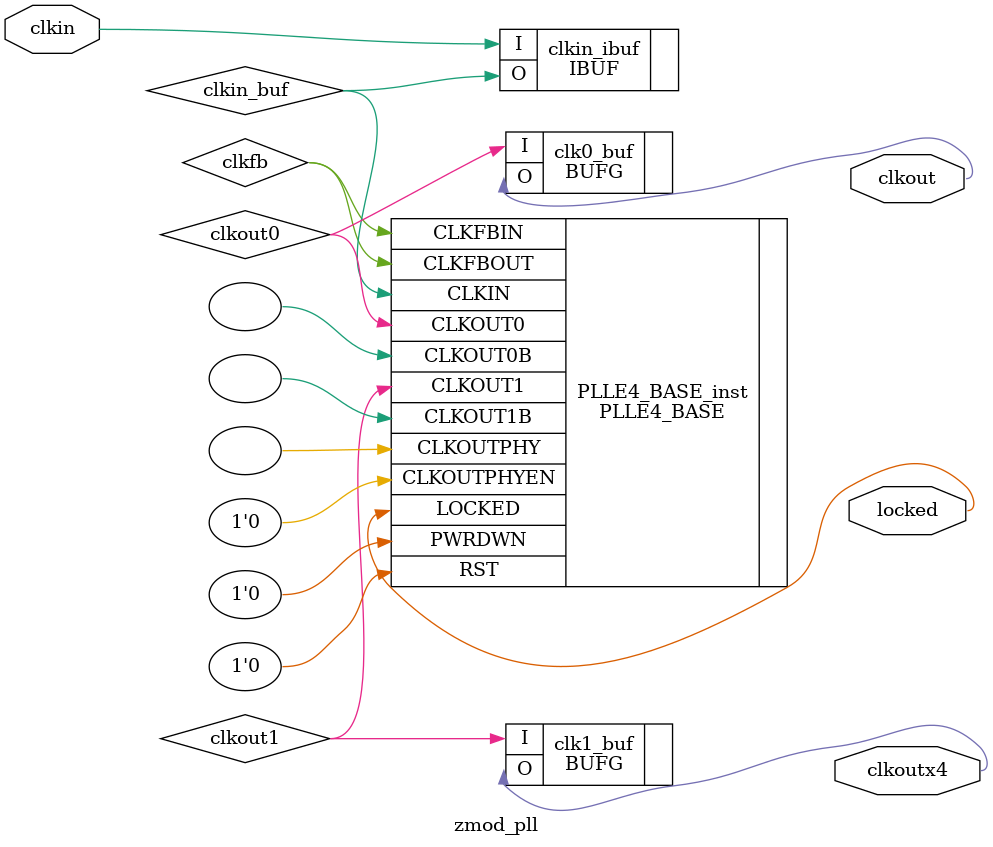
<source format=sv>

module zmod_pll (
    input         clkin,
    output        clkout,
    output        clkoutx4,
    output        locked
);

    logic clkin_buf, clkfb, clkout0, clkout1;
    IBUF clkin_ibuf (.O (clkin_buf), .I (clkin));

    PLLE4_BASE #(
        .CLKFBOUT_MULT(8),          // Multiply value for all CLKOUT
        .CLKFBOUT_PHASE(0.0),       // Phase offset in degrees of CLKFB
        .CLKIN_PERIOD(10.0),         // Input clock period in ns to ps resolution (i.e., 33.333 is 30 MHz).
        .CLKOUT0_DIVIDE(8),         // Divide amount for CLKOUT0
        .CLKOUT0_DUTY_CYCLE(0.5),   // Duty cycle for CLKOUT0
        .CLKOUT0_PHASE(0.0),        // Phase offset for CLKOUT0
        .CLKOUT1_DIVIDE(2),         // Divide amount for CLKOUT1
        .CLKOUT1_DUTY_CYCLE(0.5),   // Duty cycle for CLKOUT1
        .CLKOUT1_PHASE(0.0),        // Phase offset for CLKOUT1
        .CLKOUTPHY_MODE("VCO_2X"),  // Frequency of the CLKOUTPHY
        .DIVCLK_DIVIDE(1),          // Master division value
        .IS_CLKFBIN_INVERTED(1'b0), // Optional inversion for CLKFBIN
        .IS_CLKIN_INVERTED(1'b0),   // Optional inversion for CLKIN
        .IS_PWRDWN_INVERTED(1'b0),  // Optional inversion for PWRDWN
        .IS_RST_INVERTED(1'b0),     // Optional inversion for RST
        .REF_JITTER(0.0),           // Reference input jitter in UI
        .STARTUP_WAIT("FALSE")      // Delays DONE until PLL is locked
    ) PLLE4_BASE_inst (
        .CLKFBOUT(clkfb),       // 1-bit output: Feedback clock
        .CLKOUT0(clkout0),         // 1-bit output: General Clock output
        .CLKOUT0B(),       // 1-bit output: Inverted CLKOUT0
        .CLKOUT1(clkout1),         // 1-bit output: General Clock output
        .CLKOUT1B(),       // 1-bit output: Inverted CLKOUT1
        .CLKOUTPHY(),     // 1-bit output: Bitslice clock
        .LOCKED(locked),           // 1-bit output: LOCK
        .CLKFBIN(clkfb),         // 1-bit input: Feedback clock
        .CLKIN(clkin_buf),             // 1-bit input: Input clock
        .CLKOUTPHYEN(1'b0), // 1-bit input: CLKOUTPHY enable
        .PWRDWN(1'b0),           // 1-bit input: Power-down
        .RST(1'b0)                  // 1-bit input: Reset
    );

  BUFG clk0_buf (.O(clkout),   .I(clkout0));
  BUFG clk1_buf (.O(clkoutx4), .I(clkout1));

endmodule



</source>
